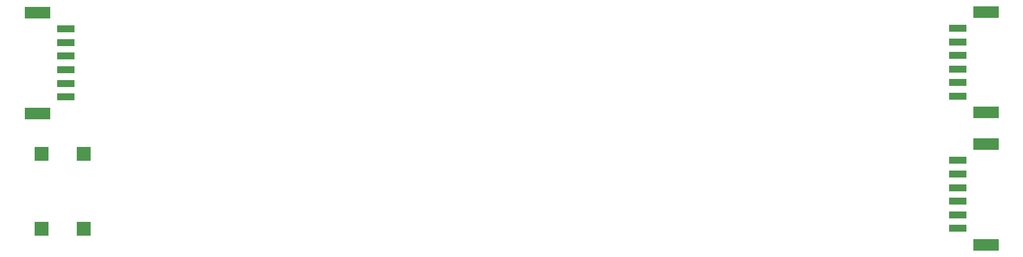
<source format=gbr>
G04 EAGLE Gerber RS-274X export*
G75*
%MOMM*%
%FSLAX34Y34*%
%LPD*%
%INSolderpaste Top*%
%IPPOS*%
%AMOC8*
5,1,8,0,0,1.08239X$1,22.5*%
G01*
G04 Define Apertures*
%ADD10R,2.500000X1.000000*%
%ADD11R,3.800000X1.800000*%
%ADD12R,2.050000X2.050000*%
D10*
X1397000Y656740D03*
X1397000Y676740D03*
X1397000Y696740D03*
X1397000Y716740D03*
X1397000Y736740D03*
X1397000Y756740D03*
D11*
X1438500Y632740D03*
X1438500Y780740D03*
D10*
X1397000Y850900D03*
X1397000Y870900D03*
X1397000Y890900D03*
X1397000Y910900D03*
X1397000Y930900D03*
X1397000Y950900D03*
D11*
X1438500Y826900D03*
X1438500Y974900D03*
D10*
X88900Y949960D03*
X88900Y929960D03*
X88900Y909960D03*
X88900Y889960D03*
X88900Y869960D03*
X88900Y849960D03*
D11*
X47400Y973960D03*
X47400Y825960D03*
D12*
X53700Y766200D03*
X115200Y766200D03*
X53700Y656200D03*
X115200Y656200D03*
M02*

</source>
